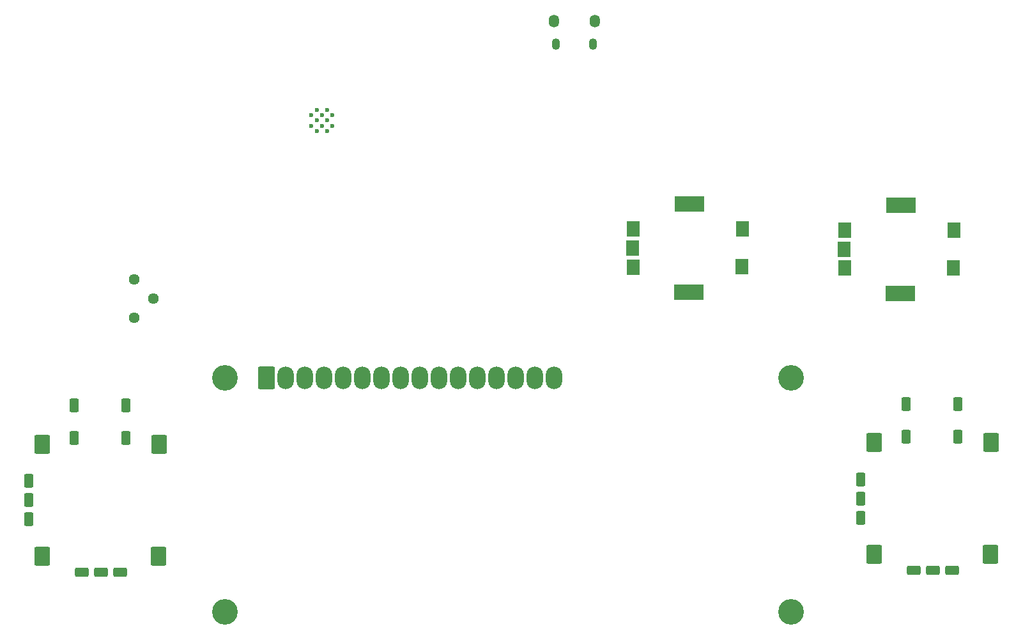
<source format=gbr>
%TF.GenerationSoftware,KiCad,Pcbnew,9.0.2*%
%TF.CreationDate,2025-08-22T17:17:20-07:00*%
%TF.ProjectId,RC,52432e6b-6963-4616-945f-706362585858,rev?*%
%TF.SameCoordinates,Original*%
%TF.FileFunction,Soldermask,Bot*%
%TF.FilePolarity,Negative*%
%FSLAX46Y46*%
G04 Gerber Fmt 4.6, Leading zero omitted, Abs format (unit mm)*
G04 Created by KiCad (PCBNEW 9.0.2) date 2025-08-22 17:17:20*
%MOMM*%
%LPD*%
G01*
G04 APERTURE LIST*
G04 Aperture macros list*
%AMRoundRect*
0 Rectangle with rounded corners*
0 $1 Rounding radius*
0 $2 $3 $4 $5 $6 $7 $8 $9 X,Y pos of 4 corners*
0 Add a 4 corners polygon primitive as box body*
4,1,4,$2,$3,$4,$5,$6,$7,$8,$9,$2,$3,0*
0 Add four circle primitives for the rounded corners*
1,1,$1+$1,$2,$3*
1,1,$1+$1,$4,$5*
1,1,$1+$1,$6,$7*
1,1,$1+$1,$8,$9*
0 Add four rect primitives between the rounded corners*
20,1,$1+$1,$2,$3,$4,$5,0*
20,1,$1+$1,$4,$5,$6,$7,0*
20,1,$1+$1,$6,$7,$8,$9,0*
20,1,$1+$1,$8,$9,$2,$3,0*%
G04 Aperture macros list end*
%ADD10C,1.440000*%
%ADD11R,1.700000X2.100000*%
%ADD12R,4.000000X2.100000*%
%ADD13RoundRect,0.180000X-0.420000X-0.720000X0.420000X-0.720000X0.420000X0.720000X-0.420000X0.720000X0*%
%ADD14RoundRect,0.180000X-0.720000X-0.420000X0.720000X-0.420000X0.720000X0.420000X-0.720000X0.420000X0*%
%ADD15RoundRect,0.250000X-0.800000X-1.000000X0.800000X-1.000000X0.800000X1.000000X-0.800000X1.000000X0*%
%ADD16C,0.600000*%
%ADD17O,1.350000X1.700000*%
%ADD18O,1.100000X1.500000*%
%ADD19C,3.400000*%
%ADD20RoundRect,0.200000X-0.900000X-1.300000X0.900000X-1.300000X0.900000X1.300000X-0.900000X1.300000X0*%
%ADD21O,2.200000X3.000000*%
G04 APERTURE END LIST*
D10*
%TO.C,Rp1*%
X79578200Y-79324200D03*
X82118200Y-76784200D03*
X79578200Y-74244200D03*
%TD*%
D11*
%TO.C,SW5*%
X145640200Y-67617800D03*
X145625200Y-72628800D03*
X145624200Y-70148800D03*
X160105200Y-67617800D03*
X160083200Y-72597800D03*
D12*
X153111200Y-64312800D03*
X153061200Y-75976800D03*
%TD*%
D13*
%TO.C,JS2*%
X175826500Y-103280600D03*
X175826500Y-100740600D03*
X175826500Y-105820600D03*
D14*
X185351500Y-112805600D03*
X182811500Y-112805600D03*
X187891500Y-112805600D03*
D13*
X181795500Y-90771100D03*
X181795500Y-95089100D03*
X188653500Y-90771100D03*
X188653500Y-95089100D03*
D15*
X177626500Y-95880600D03*
X177626500Y-110680600D03*
X193026500Y-110680600D03*
X193040000Y-95859600D03*
%TD*%
D16*
%TO.C,U1*%
X105122400Y-51824200D03*
X103722400Y-51824200D03*
X105822400Y-52524200D03*
X104422400Y-52524200D03*
X103022400Y-52524200D03*
X105122400Y-53224200D03*
X103722400Y-53224200D03*
X105822400Y-53924200D03*
X104422400Y-53924200D03*
X103022400Y-53924200D03*
X105122400Y-54624200D03*
X103722400Y-54624200D03*
%TD*%
D11*
%TO.C,SW1*%
X173664500Y-67770200D03*
X173649500Y-72781200D03*
X173648500Y-70301200D03*
X188129500Y-67770200D03*
X188107500Y-72750200D03*
D12*
X181135500Y-64465200D03*
X181085500Y-76129200D03*
%TD*%
D17*
%TO.C,J1*%
X140606400Y-40097200D03*
D18*
X140296400Y-43097200D03*
X135456400Y-43097200D03*
D17*
X135146400Y-40097200D03*
%TD*%
D13*
%TO.C,JS1*%
X65590500Y-103496250D03*
X65590500Y-100956250D03*
X65590500Y-106036250D03*
D14*
X75115500Y-113021250D03*
X72575500Y-113021250D03*
X77655500Y-113021250D03*
D13*
X71559500Y-90986750D03*
X71559500Y-95304750D03*
X78417500Y-90986750D03*
X78417500Y-95304750D03*
D15*
X67390500Y-96096250D03*
X67390500Y-110896250D03*
X82790500Y-110896250D03*
X82804000Y-96075250D03*
%TD*%
D19*
%TO.C,DS1*%
X91541600Y-87299800D03*
X91541600Y-118300500D03*
X166540180Y-118300500D03*
X166540700Y-87299800D03*
D20*
X97040700Y-87299800D03*
D21*
X99580700Y-87299800D03*
X102120700Y-87299800D03*
X104660700Y-87299800D03*
X107200700Y-87299800D03*
X109740700Y-87299800D03*
X112280700Y-87299800D03*
X114820700Y-87299800D03*
X117360700Y-87299800D03*
X119900700Y-87299800D03*
X122440700Y-87299800D03*
X124980700Y-87299800D03*
X127520700Y-87299800D03*
X130060700Y-87299800D03*
X132600700Y-87299800D03*
X135140700Y-87299800D03*
%TD*%
M02*

</source>
